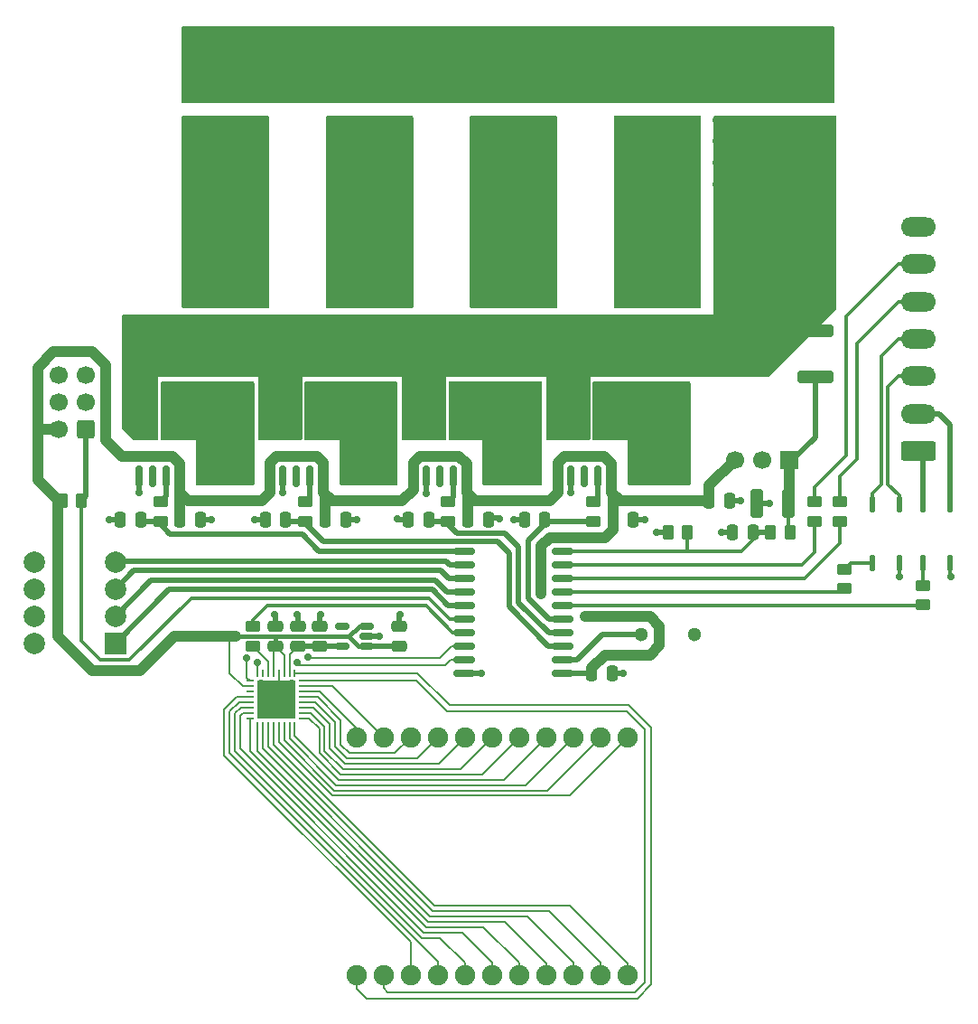
<source format=gtl>
%TF.GenerationSoftware,KiCad,Pcbnew,8.0.1*%
%TF.CreationDate,2024-04-25T22:53:37+02:00*%
%TF.ProjectId,xt60_parallelizer,78743630-5f70-4617-9261-6c6c656c697a,rev?*%
%TF.SameCoordinates,Original*%
%TF.FileFunction,Copper,L1,Top*%
%TF.FilePolarity,Positive*%
%FSLAX46Y46*%
G04 Gerber Fmt 4.6, Leading zero omitted, Abs format (unit mm)*
G04 Created by KiCad (PCBNEW 8.0.1) date 2024-04-25 22:53:37*
%MOMM*%
%LPD*%
G01*
G04 APERTURE LIST*
G04 Aperture macros list*
%AMRoundRect*
0 Rectangle with rounded corners*
0 $1 Rounding radius*
0 $2 $3 $4 $5 $6 $7 $8 $9 X,Y pos of 4 corners*
0 Add a 4 corners polygon primitive as box body*
4,1,4,$2,$3,$4,$5,$6,$7,$8,$9,$2,$3,0*
0 Add four circle primitives for the rounded corners*
1,1,$1+$1,$2,$3*
1,1,$1+$1,$4,$5*
1,1,$1+$1,$6,$7*
1,1,$1+$1,$8,$9*
0 Add four rect primitives between the rounded corners*
20,1,$1+$1,$2,$3,$4,$5,0*
20,1,$1+$1,$4,$5,$6,$7,0*
20,1,$1+$1,$6,$7,$8,$9,0*
20,1,$1+$1,$8,$9,$2,$3,0*%
G04 Aperture macros list end*
%TA.AperFunction,ComponentPad*%
%ADD10C,1.900000*%
%TD*%
%TA.AperFunction,ComponentPad*%
%ADD11C,6.000000*%
%TD*%
%TA.AperFunction,ComponentPad*%
%ADD12RoundRect,0.250000X0.600000X0.600000X-0.600000X0.600000X-0.600000X-0.600000X0.600000X-0.600000X0*%
%TD*%
%TA.AperFunction,ComponentPad*%
%ADD13C,1.700000*%
%TD*%
%TA.AperFunction,SMDPad,CuDef*%
%ADD14RoundRect,0.137500X0.137500X-0.587500X0.137500X0.587500X-0.137500X0.587500X-0.137500X-0.587500X0*%
%TD*%
%TA.AperFunction,SMDPad,CuDef*%
%ADD15RoundRect,0.250000X0.475000X-0.250000X0.475000X0.250000X-0.475000X0.250000X-0.475000X-0.250000X0*%
%TD*%
%TA.AperFunction,SMDPad,CuDef*%
%ADD16RoundRect,0.250000X0.250000X0.475000X-0.250000X0.475000X-0.250000X-0.475000X0.250000X-0.475000X0*%
%TD*%
%TA.AperFunction,SMDPad,CuDef*%
%ADD17RoundRect,0.250000X1.450000X-0.312500X1.450000X0.312500X-1.450000X0.312500X-1.450000X-0.312500X0*%
%TD*%
%TA.AperFunction,ComponentPad*%
%ADD18RoundRect,0.675000X-0.675000X0.675000X-0.675000X-0.675000X0.675000X-0.675000X0.675000X0.675000X0*%
%TD*%
%TA.AperFunction,ComponentPad*%
%ADD19C,2.700000*%
%TD*%
%TA.AperFunction,SMDPad,CuDef*%
%ADD20RoundRect,0.250000X0.325000X1.100000X-0.325000X1.100000X-0.325000X-1.100000X0.325000X-1.100000X0*%
%TD*%
%TA.AperFunction,SMDPad,CuDef*%
%ADD21RoundRect,0.250000X-0.250000X-0.475000X0.250000X-0.475000X0.250000X0.475000X-0.250000X0.475000X0*%
%TD*%
%TA.AperFunction,ComponentPad*%
%ADD22R,1.700000X1.700000*%
%TD*%
%TA.AperFunction,SMDPad,CuDef*%
%ADD23RoundRect,0.150000X0.512500X0.150000X-0.512500X0.150000X-0.512500X-0.150000X0.512500X-0.150000X0*%
%TD*%
%TA.AperFunction,SMDPad,CuDef*%
%ADD24RoundRect,0.250000X-0.262500X-0.450000X0.262500X-0.450000X0.262500X0.450000X-0.262500X0.450000X0*%
%TD*%
%TA.AperFunction,SMDPad,CuDef*%
%ADD25RoundRect,0.250000X0.262500X0.450000X-0.262500X0.450000X-0.262500X-0.450000X0.262500X-0.450000X0*%
%TD*%
%TA.AperFunction,SMDPad,CuDef*%
%ADD26RoundRect,0.150000X0.875000X0.150000X-0.875000X0.150000X-0.875000X-0.150000X0.875000X-0.150000X0*%
%TD*%
%TA.AperFunction,SMDPad,CuDef*%
%ADD27RoundRect,0.150000X-0.150000X0.825000X-0.150000X-0.825000X0.150000X-0.825000X0.150000X0.825000X0*%
%TD*%
%TA.AperFunction,SMDPad,CuDef*%
%ADD28RoundRect,0.250000X-0.450000X0.262500X-0.450000X-0.262500X0.450000X-0.262500X0.450000X0.262500X0*%
%TD*%
%TA.AperFunction,SMDPad,CuDef*%
%ADD29RoundRect,0.250000X0.450000X-0.262500X0.450000X0.262500X-0.450000X0.262500X-0.450000X-0.262500X0*%
%TD*%
%TA.AperFunction,SMDPad,CuDef*%
%ADD30RoundRect,0.062500X-0.062500X0.312500X-0.062500X-0.312500X0.062500X-0.312500X0.062500X0.312500X0*%
%TD*%
%TA.AperFunction,SMDPad,CuDef*%
%ADD31RoundRect,0.062500X-0.312500X0.062500X-0.312500X-0.062500X0.312500X-0.062500X0.312500X0.062500X0*%
%TD*%
%TA.AperFunction,SMDPad,CuDef*%
%ADD32R,3.650000X3.650000*%
%TD*%
%TA.AperFunction,ComponentPad*%
%ADD33C,1.300000*%
%TD*%
%TA.AperFunction,ComponentPad*%
%ADD34RoundRect,0.250000X1.400000X-0.650000X1.400000X0.650000X-1.400000X0.650000X-1.400000X-0.650000X0*%
%TD*%
%TA.AperFunction,ComponentPad*%
%ADD35O,3.300000X1.800000*%
%TD*%
%TA.AperFunction,ComponentPad*%
%ADD36R,2.000000X2.000000*%
%TD*%
%TA.AperFunction,ComponentPad*%
%ADD37C,2.000000*%
%TD*%
%TA.AperFunction,ViaPad*%
%ADD38C,0.700000*%
%TD*%
%TA.AperFunction,Conductor*%
%ADD39C,0.500000*%
%TD*%
%TA.AperFunction,Conductor*%
%ADD40C,0.200000*%
%TD*%
%TA.AperFunction,Conductor*%
%ADD41C,0.300000*%
%TD*%
%TA.AperFunction,Conductor*%
%ADD42C,1.000000*%
%TD*%
%TA.AperFunction,Conductor*%
%ADD43C,0.400000*%
%TD*%
G04 APERTURE END LIST*
D10*
%TO.P,U11,1,COM2*%
%TO.N,/DISP_COM4*%
X132300000Y-141150000D03*
%TO.P,U11,2,COM3*%
%TO.N,/DISP_COM3*%
X134840000Y-141150000D03*
%TO.P,U11,3,3*%
%TO.N,Net-(U9-SEG0)*%
X137380000Y-141150000D03*
%TO.P,U11,4,4*%
%TO.N,Net-(U9-SEG1)*%
X139920000Y-141150000D03*
%TO.P,U11,5,5*%
%TO.N,Net-(U9-SEG2)*%
X142460000Y-141150000D03*
%TO.P,U11,6,6*%
%TO.N,Net-(U9-SEG3)*%
X145000000Y-141150000D03*
%TO.P,U11,7,7*%
%TO.N,Net-(U9-SEG4)*%
X147540000Y-141150000D03*
%TO.P,U11,8,8*%
%TO.N,Net-(U9-SEG5)*%
X150080000Y-141150000D03*
%TO.P,U11,9,9*%
%TO.N,Net-(U9-SEG6)*%
X152620000Y-141150000D03*
%TO.P,U11,10,10*%
%TO.N,Net-(U9-SEG7)*%
X155160000Y-141150000D03*
%TO.P,U11,11,11*%
%TO.N,Net-(U9-SEG8)*%
X157700000Y-141150000D03*
%TO.P,U11,12,12*%
%TO.N,Net-(U9-SEG9)*%
X157700000Y-118850000D03*
%TO.P,U11,13,13*%
%TO.N,Net-(U9-SEG10)*%
X155160000Y-118850000D03*
%TO.P,U11,14,14*%
%TO.N,Net-(U9-SEG11)*%
X152620000Y-118850000D03*
%TO.P,U11,15,15*%
%TO.N,Net-(U9-SEG12)*%
X150080000Y-118850000D03*
%TO.P,U11,16,16*%
%TO.N,Net-(U9-SEG13)*%
X147540000Y-118850000D03*
%TO.P,U11,17,17*%
%TO.N,Net-(U9-SEG14)*%
X145000000Y-118850000D03*
%TO.P,U11,18,18*%
%TO.N,Net-(U9-SEG15)*%
X142460000Y-118850000D03*
%TO.P,U11,19,19*%
%TO.N,Net-(U9-SEG16)*%
X139920000Y-118850000D03*
%TO.P,U11,20,20*%
%TO.N,Net-(U9-SEG17)*%
X137380000Y-118850000D03*
%TO.P,U11,21,COM0*%
%TO.N,/DISP_COM2*%
X134840000Y-118850000D03*
%TO.P,U11,22,COM1*%
%TO.N,/DISP_COM1*%
X132300000Y-118850000D03*
%TD*%
D11*
%TO.P,BT1,1,+*%
%TO.N,Net-(BT1-+)*%
X120000000Y-63600000D03*
%TO.P,BT1,2,-*%
%TO.N,GND*%
X120000000Y-56400000D03*
%TD*%
D12*
%TO.P,J2,1,DATA*%
%TO.N,/UPDI*%
X106940000Y-89980000D03*
D13*
%TO.P,J2,2,VCC*%
%TO.N,+5V*%
X104400000Y-89980000D03*
%TO.P,J2,3,NC*%
%TO.N,unconnected-(J2-NC-Pad3)*%
X106940000Y-87440000D03*
%TO.P,J2,4,NC*%
%TO.N,unconnected-(J2-NC-Pad4)*%
X104400000Y-87440000D03*
%TO.P,J2,5,NC*%
%TO.N,unconnected-(J2-NC-Pad5)*%
X106940000Y-84900000D03*
%TO.P,J2,6,GND*%
%TO.N,GND*%
X104400000Y-84900000D03*
%TD*%
D14*
%TO.P,U6,1*%
%TO.N,Net-(R2-Pad2)*%
X185430000Y-102500000D03*
%TO.P,U6,2*%
%TO.N,GND*%
X187970000Y-102500000D03*
%TO.P,U6,3*%
%TO.N,Net-(J1-Pin_2)*%
X187970000Y-97000000D03*
%TO.P,U6,4*%
%TO.N,Net-(J1-Pin_1)*%
X185430000Y-97000000D03*
%TD*%
D15*
%TO.P,C12,1*%
%TO.N,+3V3*%
X128867500Y-110300000D03*
%TO.P,C12,2*%
%TO.N,GND*%
X128867500Y-108400000D03*
%TD*%
D16*
%TO.P,C10,1*%
%TO.N,/IMON_4*%
X149950000Y-98400000D03*
%TO.P,C10,2*%
%TO.N,GND*%
X148050000Y-98400000D03*
%TD*%
D17*
%TO.P,F5,1*%
%TO.N,VCC*%
X175300000Y-85037500D03*
%TO.P,F5,2*%
%TO.N,/XT60 Channel/+VOUT*%
X175300000Y-80762500D03*
%TD*%
D18*
%TO.P,F4,1*%
%TO.N,Net-(BT4-+)*%
X160500000Y-70500000D03*
X160500000Y-77260000D03*
D19*
%TO.P,F4,2*%
%TO.N,Net-(F4-Pad2)*%
X160500000Y-86850000D03*
X160500000Y-93610000D03*
%TD*%
D20*
%TO.P,C5,1*%
%TO.N,VCC*%
X172775000Y-96900000D03*
%TO.P,C5,2*%
%TO.N,GND*%
X169825000Y-96900000D03*
%TD*%
D11*
%TO.P,BT2,1,+*%
%TO.N,Net-(BT2-+)*%
X133500000Y-63600000D03*
%TO.P,BT2,2,-*%
%TO.N,GND*%
X133500000Y-56400000D03*
%TD*%
D21*
%TO.P,C4,1*%
%TO.N,+5V*%
X156350000Y-98400000D03*
%TO.P,C4,2*%
%TO.N,GND*%
X158250000Y-98400000D03*
%TD*%
D11*
%TO.P,BT3,1,+*%
%TO.N,Net-(BT3-+)*%
X147000000Y-63600000D03*
%TO.P,BT3,2,-*%
%TO.N,GND*%
X147000000Y-56400000D03*
%TD*%
%TO.P,BT4,1,+*%
%TO.N,Net-(BT4-+)*%
X160500000Y-63600000D03*
%TO.P,BT4,2,-*%
%TO.N,GND*%
X160500000Y-56400000D03*
%TD*%
D14*
%TO.P,U7,1*%
%TO.N,Net-(R1-Pad2)*%
X180630000Y-102500000D03*
%TO.P,U7,2*%
%TO.N,GND*%
X183170000Y-102500000D03*
%TO.P,U7,3*%
%TO.N,Net-(J1-Pin_3)*%
X183170000Y-97000000D03*
%TO.P,U7,4*%
%TO.N,Net-(J1-Pin_4)*%
X180630000Y-97000000D03*
%TD*%
D18*
%TO.P,F3,1*%
%TO.N,Net-(BT3-+)*%
X147000000Y-70500000D03*
X147000000Y-77260000D03*
D19*
%TO.P,F3,2*%
%TO.N,Net-(F3-Pad2)*%
X147000000Y-86850000D03*
X147000000Y-93610000D03*
%TD*%
D22*
%TO.P,U5,1,VIN*%
%TO.N,VCC*%
X172840000Y-92850000D03*
D13*
%TO.P,U5,2,GND*%
%TO.N,GND*%
X170300000Y-92850000D03*
%TO.P,U5,3,+VO*%
%TO.N,+5V*%
X167760000Y-92850000D03*
%TD*%
D23*
%TO.P,U8,1,IN*%
%TO.N,+5V*%
X133205000Y-110300000D03*
%TO.P,U8,2,GND*%
%TO.N,GND*%
X133205000Y-109350000D03*
%TO.P,U8,3,EN*%
%TO.N,+5V*%
X133205000Y-108400000D03*
%TO.P,U8,4,NC*%
%TO.N,unconnected-(U8-NC-Pad4)*%
X130930000Y-108400000D03*
%TO.P,U8,5,OUT*%
%TO.N,+3V3*%
X130930000Y-110300000D03*
%TD*%
D16*
%TO.P,C9,1*%
%TO.N,/IMON_3*%
X139050000Y-98400000D03*
%TO.P,C9,2*%
%TO.N,GND*%
X137150000Y-98400000D03*
%TD*%
D11*
%TO.P,J3,1,Pin_1*%
%TO.N,/XT60 Channel/+VOUT*%
X173000000Y-63600000D03*
%TO.P,J3,2,Pin_2*%
%TO.N,GND*%
X173000000Y-56400000D03*
%TD*%
D21*
%TO.P,C1,1*%
%TO.N,+5V*%
X115745000Y-98400000D03*
%TO.P,C1,2*%
%TO.N,GND*%
X117645000Y-98400000D03*
%TD*%
D15*
%TO.P,C11,1*%
%TO.N,+5V*%
X124667500Y-110300000D03*
%TO.P,C11,2*%
%TO.N,GND*%
X124667500Y-108400000D03*
%TD*%
D24*
%TO.P,R12,1*%
%TO.N,+5V*%
X104687500Y-96700000D03*
%TO.P,R12,2*%
%TO.N,/UPDI*%
X106512500Y-96700000D03*
%TD*%
D25*
%TO.P,R11,1*%
%TO.N,VCC*%
X172912500Y-99600000D03*
%TO.P,R11,2*%
%TO.N,/VMON*%
X171087500Y-99600000D03*
%TD*%
D26*
%TO.P,U10,1,VCC*%
%TO.N,+5V*%
X151650000Y-112815000D03*
%TO.P,U10,2,PA4*%
%TO.N,/BUZZER*%
X151650000Y-111545000D03*
%TO.P,U10,3,PA5*%
%TO.N,/IMON_2*%
X151650000Y-110275000D03*
%TO.P,U10,4,PA6*%
%TO.N,/IMON_3*%
X151650000Y-109005000D03*
%TO.P,U10,5,PA7*%
%TO.N,/IMON_4*%
X151650000Y-107735000D03*
%TO.P,U10,6,PB5*%
%TO.N,/ISOL_OUT1*%
X151650000Y-106465000D03*
%TO.P,U10,7,PB4*%
%TO.N,/ISOL_OUT2*%
X151650000Y-105195000D03*
%TO.P,U10,8,PB3*%
%TO.N,/MCU_UART_RX*%
X151650000Y-103925000D03*
%TO.P,U10,9,PB2*%
%TO.N,/MCU_UART_TX*%
X151650000Y-102655000D03*
%TO.P,U10,10,PB1*%
%TO.N,/VMON*%
X151650000Y-101385000D03*
%TO.P,U10,11,PB0*%
%TO.N,/IMON_1*%
X142350000Y-101385000D03*
%TO.P,U10,12,PC0*%
%TO.N,/SW_DIP4*%
X142350000Y-102655000D03*
%TO.P,U10,13,PC1*%
%TO.N,/SW_DIP3*%
X142350000Y-103925000D03*
%TO.P,U10,14,PC2*%
%TO.N,/SW_DIP2*%
X142350000Y-105195000D03*
%TO.P,U10,15,PC3*%
%TO.N,/SW_DIP1*%
X142350000Y-106465000D03*
%TO.P,U10,16,~{RESET}/PA0*%
%TO.N,/UPDI*%
X142350000Y-107735000D03*
%TO.P,U10,17,PA1*%
%TO.N,/SPI_SDIO*%
X142350000Y-109005000D03*
%TO.P,U10,18,PA2*%
%TO.N,/SPI_nCS*%
X142350000Y-110275000D03*
%TO.P,U10,19,PA3*%
%TO.N,/SPI_SCL*%
X142350000Y-111545000D03*
%TO.P,U10,20,GND*%
%TO.N,GND*%
X142350000Y-112815000D03*
%TD*%
D27*
%TO.P,U4,1,IN+*%
%TO.N,Net-(F4-Pad2)*%
X156205000Y-89425000D03*
%TO.P,U4,2,IN+*%
X154935000Y-89425000D03*
%TO.P,U4,3,IN-*%
%TO.N,/XT60 Channel/+VOUT*%
X153665000Y-89425000D03*
%TO.P,U4,4,IN-*%
X152395000Y-89425000D03*
%TO.P,U4,5,GND*%
%TO.N,GND*%
X152395000Y-94375000D03*
%TO.P,U4,6,NC*%
%TO.N,unconnected-(U4-NC-Pad6)*%
X153665000Y-94375000D03*
%TO.P,U4,7,VOUT*%
%TO.N,Net-(U4-VOUT)*%
X154935000Y-94375000D03*
%TO.P,U4,8,VS*%
%TO.N,+5V*%
X156205000Y-94375000D03*
%TD*%
D28*
%TO.P,R3,1*%
%TO.N,Net-(J1-Pin_6)*%
X175200000Y-96787500D03*
%TO.P,R3,2*%
%TO.N,/MCU_UART_TX*%
X175200000Y-98612500D03*
%TD*%
D29*
%TO.P,R6,1*%
%TO.N,/IMON_2*%
X127500000Y-98612500D03*
%TO.P,R6,2*%
%TO.N,Net-(U2-VOUT)*%
X127500000Y-96787500D03*
%TD*%
D15*
%TO.P,C15,1*%
%TO.N,+5V*%
X136267500Y-110300000D03*
%TO.P,C15,2*%
%TO.N,GND*%
X136267500Y-108400000D03*
%TD*%
D16*
%TO.P,C7,1*%
%TO.N,/IMON_1*%
X112045000Y-98400000D03*
%TO.P,C7,2*%
%TO.N,GND*%
X110145000Y-98400000D03*
%TD*%
D29*
%TO.P,R7,1*%
%TO.N,/IMON_3*%
X140900000Y-98612500D03*
%TO.P,R7,2*%
%TO.N,Net-(U3-VOUT)*%
X140900000Y-96787500D03*
%TD*%
D27*
%TO.P,U2,1,IN+*%
%TO.N,Net-(F2-Pad2)*%
X129205000Y-89425000D03*
%TO.P,U2,2,IN+*%
X127935000Y-89425000D03*
%TO.P,U2,3,IN-*%
%TO.N,/XT60 Channel/+VOUT*%
X126665000Y-89425000D03*
%TO.P,U2,4,IN-*%
X125395000Y-89425000D03*
%TO.P,U2,5,GND*%
%TO.N,GND*%
X125395000Y-94375000D03*
%TO.P,U2,6,NC*%
%TO.N,unconnected-(U2-NC-Pad6)*%
X126665000Y-94375000D03*
%TO.P,U2,7,VOUT*%
%TO.N,Net-(U2-VOUT)*%
X127935000Y-94375000D03*
%TO.P,U2,8,VS*%
%TO.N,+5V*%
X129205000Y-94375000D03*
%TD*%
D30*
%TO.P,U9,1,COM3*%
%TO.N,/DISP_COM4*%
X126500000Y-112800000D03*
%TO.P,U9,2,VLCD*%
%TO.N,+3V3*%
X126000000Y-112800000D03*
%TO.P,U9,3,VDD*%
%TO.N,+5V*%
X125500000Y-112800000D03*
%TO.P,U9,4,VSS*%
%TO.N,GND*%
X125000000Y-112800000D03*
%TO.P,U9,5,nRST*%
%TO.N,+5V*%
X124500000Y-112800000D03*
%TO.P,U9,6,SDIO*%
%TO.N,Net-(U9-SDIO)*%
X124000000Y-112800000D03*
%TO.P,U9,7,CLK*%
%TO.N,unconnected-(U9-CLK-Pad7)*%
X123500000Y-112800000D03*
%TO.P,U9,8,SCL*%
%TO.N,/SPI_SCL*%
X123000000Y-112800000D03*
D31*
%TO.P,U9,9,nCE*%
%TO.N,/SPI_nCS*%
X122275000Y-113525000D03*
%TO.P,U9,10,PORE*%
%TO.N,+5V*%
X122275000Y-114025000D03*
%TO.P,U9,11,NC*%
%TO.N,unconnected-(U9-NC-Pad11)*%
X122275000Y-114525000D03*
%TO.P,U9,12,SEG0*%
%TO.N,Net-(U9-SEG0)*%
X122275000Y-115025000D03*
%TO.P,U9,13,SEG1*%
%TO.N,Net-(U9-SEG1)*%
X122275000Y-115525000D03*
%TO.P,U9,14,SEG2*%
%TO.N,Net-(U9-SEG2)*%
X122275000Y-116025000D03*
%TO.P,U9,15,SEG3*%
%TO.N,Net-(U9-SEG3)*%
X122275000Y-116525000D03*
%TO.P,U9,16,SEG4*%
%TO.N,Net-(U9-SEG4)*%
X122275000Y-117025000D03*
D30*
%TO.P,U9,17,SEG5*%
%TO.N,Net-(U9-SEG5)*%
X123000000Y-117750000D03*
%TO.P,U9,18,SEG6*%
%TO.N,Net-(U9-SEG6)*%
X123500000Y-117750000D03*
%TO.P,U9,19,SEG7*%
%TO.N,Net-(U9-SEG7)*%
X124000000Y-117750000D03*
%TO.P,U9,20,SEG8*%
%TO.N,Net-(U9-SEG8)*%
X124500000Y-117750000D03*
%TO.P,U9,21,SEG9*%
%TO.N,Net-(U9-SEG9)*%
X125000000Y-117750000D03*
%TO.P,U9,22,SEG10*%
%TO.N,Net-(U9-SEG10)*%
X125500000Y-117750000D03*
%TO.P,U9,23,SEG11*%
%TO.N,Net-(U9-SEG11)*%
X126000000Y-117750000D03*
%TO.P,U9,24,SEG12*%
%TO.N,Net-(U9-SEG12)*%
X126500000Y-117750000D03*
D31*
%TO.P,U9,25,SEG13*%
%TO.N,Net-(U9-SEG13)*%
X127225000Y-117025000D03*
%TO.P,U9,26,SEG14*%
%TO.N,Net-(U9-SEG14)*%
X127225000Y-116525000D03*
%TO.P,U9,27,SEG15*%
%TO.N,Net-(U9-SEG15)*%
X127225000Y-116025000D03*
%TO.P,U9,28,SEG16*%
%TO.N,Net-(U9-SEG16)*%
X127225000Y-115525000D03*
%TO.P,U9,29,SEG17*%
%TO.N,Net-(U9-SEG17)*%
X127225000Y-115025000D03*
%TO.P,U9,30,COM0*%
%TO.N,/DISP_COM1*%
X127225000Y-114525000D03*
%TO.P,U9,31,COM1*%
%TO.N,/DISP_COM2*%
X127225000Y-114025000D03*
%TO.P,U9,32,COM2*%
%TO.N,/DISP_COM3*%
X127225000Y-113525000D03*
D32*
%TO.P,U9,33,VSS*%
%TO.N,GND*%
X124750000Y-115275000D03*
%TD*%
D29*
%TO.P,R1,1*%
%TO.N,/ISOL_OUT2*%
X178000000Y-104912500D03*
%TO.P,R1,2*%
%TO.N,Net-(R1-Pad2)*%
X178000000Y-103087500D03*
%TD*%
D27*
%TO.P,U3,1,IN+*%
%TO.N,Net-(F3-Pad2)*%
X142605000Y-89425000D03*
%TO.P,U3,2,IN+*%
X141335000Y-89425000D03*
%TO.P,U3,3,IN-*%
%TO.N,/XT60 Channel/+VOUT*%
X140065000Y-89425000D03*
%TO.P,U3,4,IN-*%
X138795000Y-89425000D03*
%TO.P,U3,5,GND*%
%TO.N,GND*%
X138795000Y-94375000D03*
%TO.P,U3,6,NC*%
%TO.N,unconnected-(U3-NC-Pad6)*%
X140065000Y-94375000D03*
%TO.P,U3,7,VOUT*%
%TO.N,Net-(U3-VOUT)*%
X141335000Y-94375000D03*
%TO.P,U3,8,VS*%
%TO.N,+5V*%
X142605000Y-94375000D03*
%TD*%
D28*
%TO.P,R4,1*%
%TO.N,Net-(J1-Pin_5)*%
X177600000Y-96787500D03*
%TO.P,R4,2*%
%TO.N,/MCU_UART_RX*%
X177600000Y-98612500D03*
%TD*%
D16*
%TO.P,C16,1*%
%TO.N,/VMON*%
X169450000Y-99600000D03*
%TO.P,C16,2*%
%TO.N,GND*%
X167550000Y-99600000D03*
%TD*%
D15*
%TO.P,C13,1*%
%TO.N,+3V3*%
X126767500Y-110300000D03*
%TO.P,C13,2*%
%TO.N,GND*%
X126767500Y-108400000D03*
%TD*%
D33*
%TO.P,BZ1,1,-*%
%TO.N,/BUZZER*%
X159000000Y-109200000D03*
%TO.P,BZ1,2,+*%
%TO.N,GND*%
X164000000Y-109200000D03*
%TD*%
D21*
%TO.P,C3,1*%
%TO.N,+5V*%
X142750000Y-98400000D03*
%TO.P,C3,2*%
%TO.N,GND*%
X144650000Y-98400000D03*
%TD*%
D29*
%TO.P,R2,1*%
%TO.N,/ISOL_OUT1*%
X185400000Y-106412500D03*
%TO.P,R2,2*%
%TO.N,Net-(R2-Pad2)*%
X185400000Y-104587500D03*
%TD*%
D25*
%TO.P,R10,1*%
%TO.N,/VMON*%
X163312500Y-99600000D03*
%TO.P,R10,2*%
%TO.N,GND*%
X161487500Y-99600000D03*
%TD*%
D21*
%TO.P,C14,1*%
%TO.N,+5V*%
X154350000Y-112800000D03*
%TO.P,C14,2*%
%TO.N,GND*%
X156250000Y-112800000D03*
%TD*%
D18*
%TO.P,F2,1*%
%TO.N,Net-(BT2-+)*%
X133500000Y-70500000D03*
X133500000Y-77260000D03*
D19*
%TO.P,F2,2*%
%TO.N,Net-(F2-Pad2)*%
X133500000Y-86850000D03*
X133500000Y-93610000D03*
%TD*%
D21*
%TO.P,C2,1*%
%TO.N,+5V*%
X129350000Y-98400000D03*
%TO.P,C2,2*%
%TO.N,GND*%
X131250000Y-98400000D03*
%TD*%
D18*
%TO.P,F1,1*%
%TO.N,Net-(BT1-+)*%
X120000000Y-70500000D03*
X120000000Y-77260000D03*
D19*
%TO.P,F1,2*%
%TO.N,Net-(F1-Pad2)*%
X120000000Y-86850000D03*
X120000000Y-93610000D03*
%TD*%
D27*
%TO.P,U1,1,IN+*%
%TO.N,Net-(F1-Pad2)*%
X115700000Y-89425000D03*
%TO.P,U1,2,IN+*%
X114430000Y-89425000D03*
%TO.P,U1,3,IN-*%
%TO.N,/XT60 Channel/+VOUT*%
X113160000Y-89425000D03*
%TO.P,U1,4,IN-*%
X111890000Y-89425000D03*
%TO.P,U1,5,GND*%
%TO.N,GND*%
X111890000Y-94375000D03*
%TO.P,U1,6,NC*%
%TO.N,unconnected-(U1-NC-Pad6)*%
X113160000Y-94375000D03*
%TO.P,U1,7,VOUT*%
%TO.N,Net-(U1-VOUT)*%
X114430000Y-94375000D03*
%TO.P,U1,8,VS*%
%TO.N,+5V*%
X115700000Y-94375000D03*
%TD*%
D16*
%TO.P,C8,1*%
%TO.N,/IMON_2*%
X125650000Y-98400000D03*
%TO.P,C8,2*%
%TO.N,GND*%
X123750000Y-98400000D03*
%TD*%
D28*
%TO.P,R9,1*%
%TO.N,/SPI_SDIO*%
X122567500Y-108437500D03*
%TO.P,R9,2*%
%TO.N,Net-(U9-SDIO)*%
X122567500Y-110262500D03*
%TD*%
D29*
%TO.P,R8,1*%
%TO.N,/IMON_4*%
X154500000Y-98612500D03*
%TO.P,R8,2*%
%TO.N,Net-(U4-VOUT)*%
X154500000Y-96787500D03*
%TD*%
%TO.P,R5,1*%
%TO.N,/IMON_1*%
X113895000Y-98612500D03*
%TO.P,R5,2*%
%TO.N,Net-(U1-VOUT)*%
X113895000Y-96787500D03*
%TD*%
D34*
%TO.P,J1,1,Pin_1*%
%TO.N,Net-(J1-Pin_1)*%
X185000000Y-92000000D03*
D35*
%TO.P,J1,2,Pin_2*%
%TO.N,Net-(J1-Pin_2)*%
X185000000Y-88500000D03*
%TO.P,J1,3,Pin_3*%
%TO.N,Net-(J1-Pin_3)*%
X185000000Y-85000000D03*
%TO.P,J1,4,Pin_4*%
%TO.N,Net-(J1-Pin_4)*%
X185000000Y-81500000D03*
%TO.P,J1,5,Pin_5*%
%TO.N,Net-(J1-Pin_5)*%
X185000000Y-78000000D03*
%TO.P,J1,6,Pin_6*%
%TO.N,Net-(J1-Pin_6)*%
X185000000Y-74500000D03*
%TO.P,J1,7,Pin_7*%
%TO.N,GND*%
X185000000Y-71000000D03*
%TD*%
D36*
%TO.P,SW1,1*%
%TO.N,/SW_DIP1*%
X109667500Y-110000000D03*
D37*
%TO.P,SW1,2*%
%TO.N,/SW_DIP2*%
X109667500Y-107460000D03*
%TO.P,SW1,3*%
%TO.N,/SW_DIP3*%
X109667500Y-104920000D03*
%TO.P,SW1,4*%
%TO.N,/SW_DIP4*%
X109667500Y-102380000D03*
%TO.P,SW1,5*%
%TO.N,GND*%
X102047500Y-102380000D03*
%TO.P,SW1,6*%
X102047500Y-104920000D03*
%TO.P,SW1,7*%
X102047500Y-107460000D03*
%TO.P,SW1,8*%
X102047500Y-110000000D03*
%TD*%
D21*
%TO.P,C6,1*%
%TO.N,+5V*%
X165350000Y-96700000D03*
%TO.P,C6,2*%
%TO.N,GND*%
X167250000Y-96700000D03*
%TD*%
D38*
%TO.N,Net-(BT1-+)*%
X123000000Y-68000000D03*
X117000000Y-68000000D03*
X120000000Y-68000000D03*
%TO.N,GND*%
X169000000Y-56000000D03*
X127000000Y-58000000D03*
X167000000Y-54000000D03*
X118700000Y-98400000D03*
X165000000Y-54000000D03*
X128930000Y-107355000D03*
X142000000Y-58000000D03*
X140000000Y-54000000D03*
X132300000Y-98400000D03*
X136330000Y-107355000D03*
X153000000Y-56000000D03*
X126200000Y-116700000D03*
X167000000Y-58000000D03*
X147000000Y-98400000D03*
X124750000Y-115275000D03*
X142000000Y-56000000D03*
X169000000Y-54000000D03*
X122700000Y-98400000D03*
X138000000Y-58000000D03*
X125400000Y-95900000D03*
X171000000Y-96900000D03*
X159300000Y-98400000D03*
X111900000Y-95900000D03*
X136105000Y-98375000D03*
X167000000Y-56000000D03*
X138000000Y-54000000D03*
X145705000Y-98375000D03*
X109100000Y-98400000D03*
X188000000Y-103800000D03*
X124000000Y-54000000D03*
X160400000Y-99600000D03*
X151000000Y-54000000D03*
X134430000Y-109355000D03*
X165000000Y-56000000D03*
X153000000Y-54000000D03*
X155000000Y-58000000D03*
X124000000Y-58000000D03*
X152400000Y-95900000D03*
X124630000Y-107355000D03*
X144000000Y-112800000D03*
X151000000Y-56000000D03*
X169000000Y-58000000D03*
X183200000Y-103800000D03*
X155000000Y-56000000D03*
X130000000Y-54000000D03*
X140000000Y-58000000D03*
X123300000Y-113800000D03*
X126730000Y-107355000D03*
X155000000Y-54000000D03*
X138000000Y-56000000D03*
X130000000Y-58000000D03*
X157300000Y-112800000D03*
X166500000Y-99600000D03*
X151000000Y-58000000D03*
X123300000Y-116700000D03*
X127000000Y-54000000D03*
X140000000Y-56000000D03*
X142000000Y-54000000D03*
X153000000Y-58000000D03*
X138805000Y-95975000D03*
X168300000Y-96700000D03*
X165000000Y-58000000D03*
X126200000Y-113800000D03*
%TO.N,Net-(BT2-+)*%
X137000000Y-68000000D03*
X131000000Y-68000000D03*
X134000000Y-68000000D03*
%TO.N,Net-(BT3-+)*%
X147000000Y-68000000D03*
X144000000Y-68000000D03*
X150000000Y-68000000D03*
%TO.N,Net-(BT4-+)*%
X160000000Y-68000000D03*
X157000000Y-68000000D03*
X163000000Y-68000000D03*
%TO.N,+5V*%
X149600000Y-105400000D03*
X153700000Y-107500000D03*
%TO.N,/SPI_SCL*%
X123000000Y-111800000D03*
X126700000Y-111800000D03*
%TO.N,/SPI_nCS*%
X122000000Y-111400000D03*
X127700000Y-111300000D03*
%TO.N,/XT60 Channel/+VOUT*%
X137500000Y-82500000D03*
X126000000Y-87000000D03*
X127500000Y-80000000D03*
X166000000Y-67000000D03*
X167500000Y-75000000D03*
X137500000Y-80000000D03*
X138500000Y-86000000D03*
X112000000Y-87000000D03*
X111000000Y-89000000D03*
X151000000Y-87000000D03*
X112500000Y-82500000D03*
X167500000Y-70000000D03*
X112000000Y-85000000D03*
X140000000Y-85000000D03*
X176000000Y-67000000D03*
X172500000Y-82500000D03*
X152000000Y-85000000D03*
X122500000Y-80000000D03*
X112500000Y-80000000D03*
X172500000Y-80000000D03*
X167500000Y-80000000D03*
X139000000Y-85000000D03*
X137000000Y-89000000D03*
X112500000Y-86000000D03*
X152500000Y-86000000D03*
X137000000Y-87000000D03*
X124000000Y-89000000D03*
X167500000Y-77500000D03*
X168000000Y-63000000D03*
X172500000Y-75000000D03*
X125000000Y-87000000D03*
X168000000Y-67000000D03*
X153000000Y-87000000D03*
X111000000Y-85000000D03*
X138000000Y-87000000D03*
X153000000Y-85000000D03*
X162500000Y-82500000D03*
X162500000Y-80000000D03*
X137500000Y-86000000D03*
X170000000Y-67000000D03*
X142500000Y-80000000D03*
X124500000Y-86000000D03*
X157500000Y-80000000D03*
X170000000Y-61000000D03*
X172500000Y-77500000D03*
X139000000Y-87000000D03*
X151500000Y-86000000D03*
X172500000Y-72500000D03*
X152500000Y-80000000D03*
X151000000Y-85000000D03*
X167500000Y-82500000D03*
X125500000Y-86000000D03*
X122500000Y-82500000D03*
X113000000Y-87000000D03*
X124000000Y-87000000D03*
X152500000Y-82500000D03*
X166000000Y-63000000D03*
X111000000Y-87000000D03*
X139500000Y-86000000D03*
X151000000Y-89000000D03*
X167500000Y-72500000D03*
X166000000Y-61000000D03*
X117500000Y-82500000D03*
X152000000Y-87000000D03*
X140000000Y-87000000D03*
X138000000Y-85000000D03*
X147500000Y-80000000D03*
X172500000Y-70000000D03*
X125000000Y-85000000D03*
X113000000Y-85000000D03*
X168000000Y-65000000D03*
X127500000Y-82500000D03*
X147500000Y-82500000D03*
X126000000Y-85000000D03*
X117500000Y-80000000D03*
X157500000Y-82500000D03*
X132500000Y-80000000D03*
X137000000Y-85000000D03*
X168000000Y-61000000D03*
X166000000Y-65000000D03*
X111500000Y-86000000D03*
X142500000Y-82500000D03*
X176000000Y-61000000D03*
X124000000Y-85000000D03*
X132500000Y-82500000D03*
%TD*%
D39*
%TO.N,GND*%
X158250000Y-98400000D02*
X159300000Y-98400000D01*
X111890000Y-94375000D02*
X111890000Y-95890000D01*
X123750000Y-98400000D02*
X122700000Y-98400000D01*
X136130000Y-98400000D02*
X136105000Y-98375000D01*
X124667500Y-107392500D02*
X124630000Y-107355000D01*
D40*
X126175000Y-116700000D02*
X126200000Y-116700000D01*
X124750000Y-115275000D02*
X126175000Y-116700000D01*
D39*
X131250000Y-98400000D02*
X132300000Y-98400000D01*
D40*
X125000000Y-115025000D02*
X124750000Y-115275000D01*
D39*
X148050000Y-98400000D02*
X147000000Y-98400000D01*
X128867500Y-108400000D02*
X128867500Y-107417500D01*
X144650000Y-98300000D02*
X145630000Y-98300000D01*
X152395000Y-95895000D02*
X152400000Y-95900000D01*
X156250000Y-112800000D02*
X157300000Y-112800000D01*
D41*
X187970000Y-103770000D02*
X188000000Y-103800000D01*
D39*
X128867500Y-107417500D02*
X128930000Y-107355000D01*
D41*
X187970000Y-102500000D02*
X187970000Y-103770000D01*
D39*
X152395000Y-94375000D02*
X152395000Y-95895000D01*
X143985000Y-112815000D02*
X144000000Y-112800000D01*
D41*
X183170000Y-102500000D02*
X183170000Y-103770000D01*
D39*
X137150000Y-98400000D02*
X136130000Y-98400000D01*
X134425000Y-109350000D02*
X134430000Y-109355000D01*
X111890000Y-95890000D02*
X111900000Y-95900000D01*
D40*
X124750000Y-115250000D02*
X126200000Y-113800000D01*
X125000000Y-112800000D02*
X125000000Y-115025000D01*
D41*
X183170000Y-103770000D02*
X183200000Y-103800000D01*
D39*
X117645000Y-98400000D02*
X118700000Y-98400000D01*
X138795000Y-95965000D02*
X138805000Y-95975000D01*
X136267500Y-108400000D02*
X136267500Y-107417500D01*
X133205000Y-109350000D02*
X134425000Y-109350000D01*
D40*
X124750000Y-115275000D02*
X124725000Y-115275000D01*
D39*
X167250000Y-96700000D02*
X168300000Y-96700000D01*
D40*
X124725000Y-115275000D02*
X123300000Y-116700000D01*
D39*
X110145000Y-98400000D02*
X109100000Y-98400000D01*
X167550000Y-99600000D02*
X166500000Y-99600000D01*
D40*
X124750000Y-115275000D02*
X124750000Y-115250000D01*
D39*
X124667500Y-108400000D02*
X124667500Y-107392500D01*
X126767500Y-107392500D02*
X126730000Y-107355000D01*
X125395000Y-94375000D02*
X125395000Y-95895000D01*
X161487500Y-99600000D02*
X160400000Y-99600000D01*
X136267500Y-107417500D02*
X136330000Y-107355000D01*
X138795000Y-94375000D02*
X138795000Y-95965000D01*
X142350000Y-112815000D02*
X143985000Y-112815000D01*
D40*
X124750000Y-115250000D02*
X123300000Y-113800000D01*
D39*
X169825000Y-96900000D02*
X171000000Y-96900000D01*
X145630000Y-98300000D02*
X145705000Y-98375000D01*
X126767500Y-108400000D02*
X126767500Y-107392500D01*
X125395000Y-95895000D02*
X125400000Y-95900000D01*
%TO.N,/BUZZER*%
X151650000Y-111545000D02*
X152955000Y-111545000D01*
X152955000Y-111545000D02*
X155300000Y-109200000D01*
X155300000Y-109200000D02*
X159000000Y-109200000D01*
D42*
%TO.N,+5V*%
X157000000Y-96700000D02*
X165350000Y-96700000D01*
X124800000Y-92500000D02*
X128600000Y-92500000D01*
D43*
X124667500Y-109382500D02*
X124667500Y-110300000D01*
X124700000Y-109350000D02*
X124667500Y-109382500D01*
D41*
X133205000Y-110300000D02*
X132500000Y-110300000D01*
D42*
X149600000Y-100900000D02*
X150400000Y-100100000D01*
X159800000Y-107500000D02*
X160700000Y-108400000D01*
X108800000Y-91000000D02*
X108800000Y-84000000D01*
X129205000Y-95905000D02*
X129350000Y-96050000D01*
X165350000Y-95260000D02*
X167760000Y-92850000D01*
X151800000Y-92500000D02*
X155500000Y-92500000D01*
X155600000Y-100100000D02*
X156350000Y-99350000D01*
X160700000Y-108400000D02*
X160700000Y-110200000D01*
X142750000Y-96020000D02*
X142750000Y-98400000D01*
X102400000Y-94700000D02*
X102400000Y-90000000D01*
X115200000Y-109400000D02*
X112000000Y-112600000D01*
X107500000Y-112600000D02*
X104300000Y-109400000D01*
X160700000Y-110200000D02*
X159800000Y-111100000D01*
X150400000Y-96700000D02*
X151200000Y-95900000D01*
X121000000Y-109350000D02*
X120950000Y-109400000D01*
X129205000Y-93105000D02*
X129205000Y-95905000D01*
X116500000Y-96700000D02*
X123400000Y-96700000D01*
D43*
X132500000Y-110300000D02*
X131571250Y-109371250D01*
D42*
X115000000Y-92500000D02*
X110300000Y-92500000D01*
D40*
X125500000Y-111132500D02*
X124667500Y-110300000D01*
D42*
X128600000Y-92500000D02*
X129205000Y-93105000D01*
X143500000Y-96700000D02*
X150400000Y-96700000D01*
X124200000Y-93100000D02*
X124800000Y-92500000D01*
X150400000Y-100100000D02*
X155600000Y-100100000D01*
X137605000Y-95675000D02*
X137605000Y-93075000D01*
D43*
X121000000Y-109350000D02*
X124700000Y-109350000D01*
D42*
X129350000Y-96050000D02*
X129350000Y-98400000D01*
X104300000Y-96600000D02*
X102400000Y-94700000D01*
X115700000Y-93200000D02*
X115000000Y-92500000D01*
D40*
X120400000Y-112800000D02*
X120400000Y-109400000D01*
D42*
X154350000Y-112350000D02*
X154350000Y-112800000D01*
X151200000Y-93100000D02*
X151800000Y-92500000D01*
X155600000Y-111100000D02*
X154350000Y-112350000D01*
X156205000Y-93205000D02*
X156205000Y-95905000D01*
X120400000Y-109400000D02*
X115200000Y-109400000D01*
D43*
X131571250Y-109371250D02*
X132542501Y-108400000D01*
D42*
X102420000Y-89980000D02*
X104400000Y-89980000D01*
D40*
X124500000Y-110467500D02*
X124667500Y-110300000D01*
D42*
X149600000Y-105400000D02*
X149600000Y-100900000D01*
X103900000Y-82700000D02*
X102400000Y-84200000D01*
X159800000Y-111100000D02*
X155600000Y-111100000D01*
X115700000Y-95900000D02*
X115700000Y-93200000D01*
X142605000Y-93175000D02*
X142605000Y-95875000D01*
X136580000Y-96700000D02*
X137605000Y-95675000D01*
X155500000Y-92500000D02*
X156205000Y-93205000D01*
X108800000Y-84000000D02*
X107500000Y-82700000D01*
X156350000Y-96050000D02*
X156350000Y-98400000D01*
X138205000Y-92475000D02*
X141905000Y-92475000D01*
X129205000Y-95905000D02*
X130000000Y-96700000D01*
X141905000Y-92475000D02*
X142605000Y-93175000D01*
X156350000Y-99350000D02*
X156350000Y-98400000D01*
D40*
X125500000Y-112800000D02*
X125500000Y-111132500D01*
D43*
X124700000Y-109350000D02*
X131492501Y-109350000D01*
D42*
X110300000Y-92500000D02*
X108800000Y-91000000D01*
X120950000Y-109400000D02*
X120400000Y-109400000D01*
D39*
X151650000Y-112815000D02*
X154335000Y-112815000D01*
D41*
X131542501Y-109400000D02*
X131571250Y-109371250D01*
D42*
X153700000Y-107500000D02*
X159800000Y-107500000D01*
X115700000Y-95900000D02*
X115745000Y-95945000D01*
D41*
X132542501Y-108400000D02*
X133205000Y-108400000D01*
D42*
X137605000Y-93075000D02*
X138205000Y-92475000D01*
X151200000Y-95900000D02*
X151200000Y-93100000D01*
X156205000Y-95905000D02*
X156350000Y-96050000D01*
D40*
X122275000Y-114025000D02*
X121625000Y-114025000D01*
D39*
X133205000Y-110300000D02*
X136267500Y-110300000D01*
D42*
X130000000Y-96700000D02*
X136580000Y-96700000D01*
X142605000Y-95875000D02*
X142750000Y-96020000D01*
X102400000Y-90000000D02*
X102420000Y-89980000D01*
X115700000Y-95900000D02*
X116500000Y-96700000D01*
D40*
X124500000Y-112800000D02*
X124500000Y-110467500D01*
D42*
X107500000Y-82700000D02*
X103900000Y-82700000D01*
X112000000Y-112600000D02*
X107500000Y-112600000D01*
X124200000Y-95900000D02*
X124200000Y-93100000D01*
X156205000Y-95905000D02*
X157000000Y-96700000D01*
X142605000Y-95875000D02*
X143405000Y-96675000D01*
D40*
X121625000Y-114025000D02*
X120400000Y-112800000D01*
D39*
X154335000Y-112815000D02*
X154350000Y-112800000D01*
D42*
X104300000Y-109400000D02*
X104300000Y-96600000D01*
X115745000Y-95945000D02*
X115745000Y-98400000D01*
X102400000Y-84200000D02*
X102400000Y-90000000D01*
X165350000Y-96700000D02*
X165350000Y-95260000D01*
X123400000Y-96700000D02*
X124200000Y-95900000D01*
D39*
%TO.N,VCC*%
X175300000Y-90700000D02*
X173150000Y-92850000D01*
D41*
X172775000Y-99462500D02*
X172912500Y-99600000D01*
D42*
X172840000Y-96835000D02*
X172775000Y-96900000D01*
D41*
X172775000Y-96900000D02*
X172775000Y-99462500D01*
D42*
X172840000Y-92850000D02*
X172840000Y-96835000D01*
D39*
X173150000Y-92850000D02*
X172840000Y-92850000D01*
X175300000Y-85037500D02*
X175300000Y-90700000D01*
%TO.N,/IMON_1*%
X127200000Y-99800000D02*
X114800000Y-99800000D01*
D41*
X113895000Y-98895000D02*
X113895000Y-98612500D01*
D39*
X113895000Y-98612500D02*
X112257500Y-98612500D01*
X142350000Y-101385000D02*
X128785000Y-101385000D01*
X128785000Y-101385000D02*
X127200000Y-99800000D01*
X114800000Y-99800000D02*
X113895000Y-98895000D01*
X112257500Y-98612500D02*
X112045000Y-98400000D01*
%TO.N,/IMON_2*%
X127500000Y-98612500D02*
X127500000Y-98800000D01*
X146600000Y-101600000D02*
X146600000Y-106600000D01*
X145500000Y-100500000D02*
X146600000Y-101600000D01*
X150275000Y-110275000D02*
X151650000Y-110275000D01*
X127500000Y-98612500D02*
X125862500Y-98612500D01*
X146600000Y-106600000D02*
X150275000Y-110275000D01*
X129200000Y-100500000D02*
X145500000Y-100500000D01*
X125862500Y-98612500D02*
X125650000Y-98400000D01*
X127500000Y-98800000D02*
X129200000Y-100500000D01*
%TO.N,/IMON_3*%
X140900000Y-98612500D02*
X140900000Y-98900000D01*
X140900000Y-98900000D02*
X141700000Y-99700000D01*
X140900000Y-98612500D02*
X139262500Y-98612500D01*
X146200000Y-99700000D02*
X147500000Y-101000000D01*
X147500000Y-101000000D02*
X147500000Y-106200000D01*
X150305000Y-109005000D02*
X151650000Y-109005000D01*
X147500000Y-106200000D02*
X150305000Y-109005000D01*
X139262500Y-98612500D02*
X139050000Y-98400000D01*
X141700000Y-99700000D02*
X146200000Y-99700000D01*
%TO.N,/IMON_4*%
X151650000Y-107735000D02*
X150335000Y-107735000D01*
X150335000Y-107735000D02*
X148400000Y-105800000D01*
X148400000Y-105800000D02*
X148400000Y-100400000D01*
X149950000Y-98850000D02*
X149950000Y-98400000D01*
X148400000Y-100400000D02*
X149950000Y-98850000D01*
X150162500Y-98612500D02*
X149950000Y-98400000D01*
X150162500Y-98612500D02*
X154500000Y-98612500D01*
%TO.N,+3V3*%
X130930000Y-110300000D02*
X128867500Y-110300000D01*
D40*
X126000000Y-112800000D02*
X126000000Y-111067500D01*
D39*
X126767500Y-110300000D02*
X128867500Y-110300000D01*
D40*
X126000000Y-111067500D02*
X126767500Y-110300000D01*
D39*
%TO.N,Net-(J1-Pin_1)*%
X185430000Y-92430000D02*
X185000000Y-92000000D01*
X185430000Y-97000000D02*
X185430000Y-92430000D01*
%TO.N,Net-(J1-Pin_2)*%
X186900000Y-88500000D02*
X185000000Y-88500000D01*
X187970000Y-97000000D02*
X187970000Y-89570000D01*
X187970000Y-89570000D02*
X186900000Y-88500000D01*
D41*
%TO.N,Net-(J1-Pin_3)*%
X182100000Y-95100000D02*
X182100000Y-86000000D01*
X183170000Y-97000000D02*
X183170000Y-96170000D01*
X183100000Y-85000000D02*
X185000000Y-85000000D01*
X183170000Y-96170000D02*
X182100000Y-95100000D01*
X182100000Y-86000000D02*
X183100000Y-85000000D01*
%TO.N,Net-(J1-Pin_4)*%
X180630000Y-97000000D02*
X180630000Y-95970000D01*
X183100000Y-81500000D02*
X185000000Y-81500000D01*
X181500000Y-83100000D02*
X183100000Y-81500000D01*
X180630000Y-95970000D02*
X181500000Y-95100000D01*
X181500000Y-95100000D02*
X181500000Y-83100000D01*
D39*
%TO.N,/UPDI*%
X106940000Y-96272500D02*
X106512500Y-96700000D01*
D41*
X106512500Y-109812500D02*
X106512500Y-96700000D01*
X116800000Y-105800000D02*
X111000000Y-111600000D01*
X139100000Y-105800000D02*
X116800000Y-105800000D01*
X141035000Y-107735000D02*
X139100000Y-105800000D01*
D39*
X106940000Y-89980000D02*
X106940000Y-96272500D01*
D41*
X142350000Y-107735000D02*
X141035000Y-107735000D01*
X111000000Y-111600000D02*
X108300000Y-111600000D01*
X108300000Y-111600000D02*
X106512500Y-109812500D01*
%TO.N,/ISOL_OUT2*%
X151650000Y-105195000D02*
X177717500Y-105195000D01*
X177717500Y-105195000D02*
X178000000Y-104912500D01*
%TO.N,Net-(R1-Pad2)*%
X178000000Y-103087500D02*
X178587500Y-102500000D01*
X178587500Y-102500000D02*
X180630000Y-102500000D01*
%TO.N,/ISOL_OUT1*%
X185400000Y-106412500D02*
X185347500Y-106465000D01*
X185347500Y-106465000D02*
X151650000Y-106465000D01*
%TO.N,Net-(R2-Pad2)*%
X185430000Y-104517500D02*
X185500000Y-104587500D01*
X185430000Y-102500000D02*
X185430000Y-104517500D01*
%TO.N,/MCU_UART_TX*%
X175200000Y-101500000D02*
X175200000Y-98612500D01*
X174045000Y-102655000D02*
X175200000Y-101500000D01*
X151650000Y-102655000D02*
X174045000Y-102655000D01*
%TO.N,/MCU_UART_RX*%
X174275000Y-103925000D02*
X177600000Y-100600000D01*
X151650000Y-103925000D02*
X174275000Y-103925000D01*
X177600000Y-100600000D02*
X177600000Y-98612500D01*
D39*
%TO.N,Net-(U1-VOUT)*%
X114430000Y-96252500D02*
X113895000Y-96787500D01*
X114430000Y-94375000D02*
X114430000Y-96252500D01*
%TO.N,Net-(U2-VOUT)*%
X127935000Y-96352500D02*
X127500000Y-96787500D01*
X127935000Y-94375000D02*
X127935000Y-96352500D01*
%TO.N,Net-(U3-VOUT)*%
X141335000Y-96352500D02*
X140900000Y-96787500D01*
X141335000Y-94375000D02*
X141335000Y-96352500D01*
%TO.N,Net-(U4-VOUT)*%
X154935000Y-94375000D02*
X154935000Y-96352500D01*
X154935000Y-96352500D02*
X154500000Y-96787500D01*
D41*
%TO.N,/SPI_SDIO*%
X123896250Y-106500000D02*
X138800000Y-106500000D01*
X122567500Y-107828750D02*
X123896250Y-106500000D01*
X122567500Y-108437500D02*
X122567500Y-107828750D01*
X138800000Y-106500000D02*
X141305000Y-109005000D01*
X141305000Y-109005000D02*
X142350000Y-109005000D01*
D40*
%TO.N,Net-(U9-SDIO)*%
X124000000Y-112800000D02*
X124000000Y-111695000D01*
X124000000Y-111695000D02*
X122567500Y-110262500D01*
D41*
%TO.N,/VMON*%
X163400000Y-101385000D02*
X163312500Y-101297500D01*
X163400000Y-101385000D02*
X168415000Y-101385000D01*
X163312500Y-101297500D02*
X163312500Y-99600000D01*
X151650000Y-101385000D02*
X163400000Y-101385000D01*
D39*
X171087500Y-99600000D02*
X169450000Y-99600000D01*
D41*
X168415000Y-101385000D02*
X170100000Y-99700000D01*
X170100000Y-99700000D02*
X170400000Y-99700000D01*
D39*
%TO.N,/SW_DIP1*%
X114667500Y-105000000D02*
X109667500Y-110000000D01*
X142350000Y-106465000D02*
X140865000Y-106465000D01*
X139400000Y-105000000D02*
X114667500Y-105000000D01*
X140865000Y-106465000D02*
X139400000Y-105000000D01*
%TO.N,/SW_DIP2*%
X140795000Y-105195000D02*
X139700000Y-104100000D01*
X139700000Y-104100000D02*
X113027500Y-104100000D01*
X142350000Y-105195000D02*
X140795000Y-105195000D01*
X113027500Y-104100000D02*
X109667500Y-107460000D01*
%TO.N,/SW_DIP3*%
X140200000Y-103200000D02*
X111387500Y-103200000D01*
X111387500Y-103200000D02*
X109667500Y-104920000D01*
X140925000Y-103925000D02*
X140200000Y-103200000D01*
X142350000Y-103925000D02*
X140925000Y-103925000D01*
%TO.N,/SW_DIP4*%
X109747500Y-102300000D02*
X109667500Y-102380000D01*
X142350000Y-102655000D02*
X141055000Y-102655000D01*
X140700000Y-102300000D02*
X109747500Y-102300000D01*
X141055000Y-102655000D02*
X140700000Y-102300000D01*
D40*
%TO.N,/DISP_COM4*%
X138000000Y-112800000D02*
X141000000Y-115800000D01*
X132300000Y-142400000D02*
X132300000Y-141150000D01*
X141000000Y-115800000D02*
X157800000Y-115800000D01*
X126500000Y-112800000D02*
X138000000Y-112800000D01*
X133200000Y-143300000D02*
X132300000Y-142400000D01*
X159900000Y-142000000D02*
X158600000Y-143300000D01*
X159900000Y-117900000D02*
X159900000Y-142000000D01*
X157800000Y-115800000D02*
X159900000Y-117900000D01*
X158600000Y-143300000D02*
X133200000Y-143300000D01*
%TO.N,/SPI_SCL*%
X126700000Y-111800000D02*
X127000000Y-112100000D01*
X123000000Y-112800000D02*
X123000000Y-111800000D01*
X140600000Y-112100000D02*
X141155000Y-111545000D01*
X141155000Y-111545000D02*
X142350000Y-111545000D01*
X127000000Y-112100000D02*
X140600000Y-112100000D01*
%TO.N,/SPI_nCS*%
X122275000Y-113525000D02*
X122000000Y-113250000D01*
X122000000Y-113250000D02*
X122000000Y-111400000D01*
X127700000Y-111300000D02*
X127800000Y-111400000D01*
X140100000Y-111400000D02*
X141225000Y-110275000D01*
X127800000Y-111400000D02*
X140100000Y-111400000D01*
X141225000Y-110275000D02*
X142350000Y-110275000D01*
%TO.N,Net-(U9-SEG0)*%
X121075000Y-115025000D02*
X119900000Y-116200000D01*
X119900000Y-120500000D02*
X137380000Y-137980000D01*
X122275000Y-115025000D02*
X121075000Y-115025000D01*
X137380000Y-137980000D02*
X137380000Y-141150000D01*
X119900000Y-116200000D02*
X119900000Y-120500000D01*
%TO.N,Net-(U9-SEG1)*%
X120400000Y-120300000D02*
X139920000Y-139820000D01*
X121275000Y-115525000D02*
X120400000Y-116400000D01*
X139920000Y-139820000D02*
X139920000Y-141150000D01*
X120400000Y-116400000D02*
X120400000Y-120300000D01*
X122275000Y-115525000D02*
X121275000Y-115525000D01*
%TO.N,Net-(U9-SEG2)*%
X121475000Y-116025000D02*
X120900000Y-116600000D01*
X138400000Y-137600000D02*
X140100000Y-137600000D01*
X120900000Y-120100000D02*
X138400000Y-137600000D01*
X140100000Y-137600000D02*
X142460000Y-139960000D01*
X120900000Y-116600000D02*
X120900000Y-120100000D01*
X122275000Y-116025000D02*
X121475000Y-116025000D01*
X142460000Y-139960000D02*
X142460000Y-141150000D01*
%TO.N,Net-(U9-SEG3)*%
X121400000Y-116800000D02*
X121400000Y-119900000D01*
X142200000Y-137100000D02*
X145000000Y-139900000D01*
X121675000Y-116525000D02*
X121400000Y-116800000D01*
X138600000Y-137100000D02*
X142200000Y-137100000D01*
X122275000Y-116525000D02*
X121675000Y-116525000D01*
X121400000Y-119900000D02*
X138600000Y-137100000D01*
X145000000Y-139900000D02*
X145000000Y-141150000D01*
%TO.N,Net-(U9-SEG4)*%
X144200000Y-136600000D02*
X147540000Y-139940000D01*
X138800000Y-136600000D02*
X144200000Y-136600000D01*
X147540000Y-139940000D02*
X147540000Y-141150000D01*
X122275000Y-117025000D02*
X122275000Y-120075000D01*
X122275000Y-120075000D02*
X138800000Y-136600000D01*
%TO.N,Net-(U9-SEG5)*%
X146200000Y-136100000D02*
X150080000Y-139980000D01*
X139000000Y-136100000D02*
X146200000Y-136100000D01*
X150080000Y-139980000D02*
X150080000Y-141150000D01*
X123000000Y-120100000D02*
X139000000Y-136100000D01*
X123000000Y-117750000D02*
X123000000Y-120100000D01*
%TO.N,Net-(U9-SEG6)*%
X123500000Y-119900000D02*
X139200000Y-135600000D01*
X123500000Y-117750000D02*
X123500000Y-119900000D01*
X139200000Y-135600000D02*
X148300000Y-135600000D01*
X152620000Y-139920000D02*
X152620000Y-141150000D01*
X148300000Y-135600000D02*
X152620000Y-139920000D01*
%TO.N,Net-(U9-SEG7)*%
X124000000Y-119700000D02*
X139400000Y-135100000D01*
X150300000Y-135100000D02*
X155160000Y-139960000D01*
X124000000Y-117750000D02*
X124000000Y-119700000D01*
X155160000Y-139960000D02*
X155160000Y-141150000D01*
X139400000Y-135100000D02*
X150300000Y-135100000D01*
%TO.N,Net-(U9-SEG8)*%
X157700000Y-140000000D02*
X157700000Y-141150000D01*
X152300000Y-134600000D02*
X157700000Y-140000000D01*
X139600000Y-134600000D02*
X152300000Y-134600000D01*
X124500000Y-117750000D02*
X124500000Y-119500000D01*
X124500000Y-119500000D02*
X139600000Y-134600000D01*
%TO.N,Net-(U9-SEG9)*%
X130000000Y-124300000D02*
X152250000Y-124300000D01*
X125000000Y-117750000D02*
X125000000Y-119300000D01*
X125000000Y-119300000D02*
X130000000Y-124300000D01*
X152250000Y-124300000D02*
X157700000Y-118850000D01*
%TO.N,Net-(U9-SEG10)*%
X150210000Y-123800000D02*
X155160000Y-118850000D01*
X130200000Y-123800000D02*
X150210000Y-123800000D01*
X125500000Y-119100000D02*
X130200000Y-123800000D01*
X125500000Y-117750000D02*
X125500000Y-119100000D01*
%TO.N,Net-(U9-SEG11)*%
X126000000Y-117750000D02*
X126000000Y-118900000D01*
X148170000Y-123300000D02*
X152620000Y-118850000D01*
X126000000Y-118900000D02*
X130400000Y-123300000D01*
X130400000Y-123300000D02*
X148170000Y-123300000D01*
%TO.N,Net-(U9-SEG12)*%
X130600000Y-122800000D02*
X146130000Y-122800000D01*
X126500000Y-118700000D02*
X130600000Y-122800000D01*
X146130000Y-122800000D02*
X150080000Y-118850000D01*
X126500000Y-117800000D02*
X126500000Y-117750000D01*
X126500000Y-117750000D02*
X126500000Y-118700000D01*
%TO.N,Net-(U9-SEG13)*%
X127862500Y-117025000D02*
X128800000Y-117962500D01*
X130800000Y-122300000D02*
X144090000Y-122300000D01*
X127225000Y-117025000D02*
X127862500Y-117025000D01*
X144090000Y-122300000D02*
X147540000Y-118850000D01*
X128800000Y-120300000D02*
X130800000Y-122300000D01*
X128800000Y-117962500D02*
X128800000Y-120300000D01*
%TO.N,Net-(U9-SEG14)*%
X128025000Y-116525000D02*
X129300000Y-117800000D01*
X142050000Y-121800000D02*
X145000000Y-118850000D01*
X129300000Y-117800000D02*
X129300000Y-120100000D01*
X127225000Y-116525000D02*
X128025000Y-116525000D01*
X129300000Y-120100000D02*
X131000000Y-121800000D01*
X131000000Y-121800000D02*
X142050000Y-121800000D01*
%TO.N,Net-(U9-SEG15)*%
X127225000Y-116025000D02*
X128225000Y-116025000D01*
X129800000Y-117600000D02*
X129800000Y-119900000D01*
X140000000Y-121300000D02*
X142450000Y-118850000D01*
X142450000Y-118850000D02*
X142460000Y-118850000D01*
X129800000Y-119900000D02*
X131200000Y-121300000D01*
X128225000Y-116025000D02*
X129800000Y-117600000D01*
X131200000Y-121300000D02*
X140000000Y-121300000D01*
%TO.N,Net-(U9-SEG16)*%
X130300000Y-119700000D02*
X131400000Y-120800000D01*
X131400000Y-120800000D02*
X138000000Y-120800000D01*
X128425000Y-115525000D02*
X130300000Y-117400000D01*
X138000000Y-120800000D02*
X139920000Y-118880000D01*
X139920000Y-118880000D02*
X139920000Y-118850000D01*
X130300000Y-117400000D02*
X130300000Y-119700000D01*
X127225000Y-115525000D02*
X128425000Y-115525000D01*
%TO.N,Net-(U9-SEG17)*%
X137350000Y-118850000D02*
X137380000Y-118850000D01*
X130800000Y-119500000D02*
X131600000Y-120300000D01*
X130800000Y-117200000D02*
X130800000Y-119500000D01*
X135900000Y-120300000D02*
X137350000Y-118850000D01*
X127225000Y-115025000D02*
X128625000Y-115025000D01*
X128625000Y-115025000D02*
X130800000Y-117200000D01*
X131600000Y-120300000D02*
X135900000Y-120300000D01*
%TO.N,/DISP_COM1*%
X127225000Y-114525000D02*
X128825000Y-114525000D01*
X132300000Y-118000000D02*
X132300000Y-118850000D01*
X128825000Y-114525000D02*
X132300000Y-118000000D01*
%TO.N,/DISP_COM2*%
X127225000Y-114025000D02*
X130025000Y-114025000D01*
X130025000Y-114025000D02*
X134840000Y-118840000D01*
X134840000Y-118840000D02*
X134840000Y-118850000D01*
%TO.N,/DISP_COM3*%
X137925000Y-113525000D02*
X140800000Y-116400000D01*
X158400000Y-142700000D02*
X135200000Y-142700000D01*
X127225000Y-113525000D02*
X137925000Y-113525000D01*
X159300000Y-141800000D02*
X158400000Y-142700000D01*
X140800000Y-116400000D02*
X157600000Y-116400000D01*
X159300000Y-118100000D02*
X159300000Y-141800000D01*
X134840000Y-142340000D02*
X134840000Y-141150000D01*
X157600000Y-116400000D02*
X159300000Y-118100000D01*
X135200000Y-142700000D02*
X134840000Y-142340000D01*
D41*
%TO.N,Net-(J1-Pin_5)*%
X179200000Y-81900000D02*
X179200000Y-92800000D01*
X177600000Y-94400000D02*
X177600000Y-96787500D01*
X185000000Y-78000000D02*
X183100000Y-78000000D01*
X179200000Y-92800000D02*
X177600000Y-94400000D01*
X183100000Y-78000000D02*
X179200000Y-81900000D01*
%TO.N,Net-(J1-Pin_6)*%
X183100000Y-74500000D02*
X185000000Y-74500000D01*
X178200000Y-79400000D02*
X183100000Y-74500000D01*
X175200000Y-95400000D02*
X178200000Y-92400000D01*
X175200000Y-96787500D02*
X175200000Y-95400000D01*
X178200000Y-92400000D02*
X178200000Y-79400000D01*
%TD*%
%TA.AperFunction,Conductor*%
%TO.N,Net-(F4-Pad2)*%
G36*
X163543039Y-85519685D02*
G01*
X163588794Y-85572489D01*
X163600000Y-85624000D01*
X163600000Y-95076000D01*
X163580315Y-95143039D01*
X163527511Y-95188794D01*
X163476000Y-95200000D01*
X157824000Y-95200000D01*
X157756961Y-95180315D01*
X157711206Y-95127511D01*
X157700000Y-95076000D01*
X157700000Y-91000000D01*
X154529500Y-91000000D01*
X154462461Y-90980315D01*
X154416706Y-90927511D01*
X154405500Y-90876000D01*
X154405500Y-85624000D01*
X154425185Y-85556961D01*
X154477989Y-85511206D01*
X154529500Y-85500000D01*
X163476000Y-85500000D01*
X163543039Y-85519685D01*
G37*
%TD.AperFunction*%
%TD*%
%TA.AperFunction,Conductor*%
%TO.N,Net-(F2-Pad2)*%
G36*
X136043039Y-85519685D02*
G01*
X136088794Y-85572489D01*
X136100000Y-85624000D01*
X136100000Y-95076000D01*
X136080315Y-95143039D01*
X136027511Y-95188794D01*
X135976000Y-95200000D01*
X130824000Y-95200000D01*
X130756961Y-95180315D01*
X130711206Y-95127511D01*
X130700000Y-95076000D01*
X130700000Y-91000000D01*
X127529500Y-91000000D01*
X127462461Y-90980315D01*
X127416706Y-90927511D01*
X127405500Y-90876000D01*
X127405500Y-85624000D01*
X127425185Y-85556961D01*
X127477989Y-85511206D01*
X127529500Y-85500000D01*
X135976000Y-85500000D01*
X136043039Y-85519685D01*
G37*
%TD.AperFunction*%
%TD*%
%TA.AperFunction,Conductor*%
%TO.N,Net-(F1-Pad2)*%
G36*
X122643039Y-85519685D02*
G01*
X122688794Y-85572489D01*
X122700000Y-85624000D01*
X122700000Y-95076000D01*
X122680315Y-95143039D01*
X122627511Y-95188794D01*
X122576000Y-95200000D01*
X117324000Y-95200000D01*
X117256961Y-95180315D01*
X117211206Y-95127511D01*
X117200000Y-95076000D01*
X117200000Y-91000000D01*
X114029500Y-91000000D01*
X113962461Y-90980315D01*
X113916706Y-90927511D01*
X113905500Y-90876000D01*
X113905500Y-85624000D01*
X113925185Y-85556961D01*
X113977989Y-85511206D01*
X114029500Y-85500000D01*
X122576000Y-85500000D01*
X122643039Y-85519685D01*
G37*
%TD.AperFunction*%
%TD*%
%TA.AperFunction,Conductor*%
%TO.N,Net-(F3-Pad2)*%
G36*
X149643039Y-85519685D02*
G01*
X149688794Y-85572489D01*
X149700000Y-85624000D01*
X149700000Y-95076000D01*
X149680315Y-95143039D01*
X149627511Y-95188794D01*
X149576000Y-95200000D01*
X144224000Y-95200000D01*
X144156961Y-95180315D01*
X144111206Y-95127511D01*
X144100000Y-95076000D01*
X144100000Y-91000000D01*
X141029500Y-91000000D01*
X140962461Y-90980315D01*
X140916706Y-90927511D01*
X140905500Y-90876000D01*
X140905500Y-85624000D01*
X140925185Y-85556961D01*
X140977989Y-85511206D01*
X141029500Y-85500000D01*
X149576000Y-85500000D01*
X149643039Y-85519685D01*
G37*
%TD.AperFunction*%
%TD*%
%TA.AperFunction,Conductor*%
%TO.N,GND*%
G36*
X177043039Y-52219685D02*
G01*
X177088794Y-52272489D01*
X177100000Y-52324000D01*
X177100000Y-59276000D01*
X177080315Y-59343039D01*
X177027511Y-59388794D01*
X176976000Y-59400000D01*
X116024000Y-59400000D01*
X115956961Y-59380315D01*
X115911206Y-59327511D01*
X115900000Y-59276000D01*
X115900000Y-52324000D01*
X115919685Y-52256961D01*
X115972489Y-52211206D01*
X116024000Y-52200000D01*
X176976000Y-52200000D01*
X177043039Y-52219685D01*
G37*
%TD.AperFunction*%
%TD*%
%TA.AperFunction,Conductor*%
%TO.N,Net-(BT2-+)*%
G36*
X137543039Y-60619685D02*
G01*
X137588794Y-60672489D01*
X137600000Y-60724000D01*
X137600000Y-78476000D01*
X137580315Y-78543039D01*
X137527511Y-78588794D01*
X137476000Y-78600000D01*
X129524000Y-78600000D01*
X129456961Y-78580315D01*
X129411206Y-78527511D01*
X129400000Y-78476000D01*
X129400000Y-60724000D01*
X129419685Y-60656961D01*
X129472489Y-60611206D01*
X129524000Y-60600000D01*
X137476000Y-60600000D01*
X137543039Y-60619685D01*
G37*
%TD.AperFunction*%
%TD*%
%TA.AperFunction,Conductor*%
%TO.N,Net-(BT1-+)*%
G36*
X124043039Y-60619685D02*
G01*
X124088794Y-60672489D01*
X124100000Y-60724000D01*
X124100000Y-78476000D01*
X124080315Y-78543039D01*
X124027511Y-78588794D01*
X123976000Y-78600000D01*
X116024000Y-78600000D01*
X115956961Y-78580315D01*
X115911206Y-78527511D01*
X115900000Y-78476000D01*
X115900000Y-60724000D01*
X115919685Y-60656961D01*
X115972489Y-60611206D01*
X116024000Y-60600000D01*
X123976000Y-60600000D01*
X124043039Y-60619685D01*
G37*
%TD.AperFunction*%
%TD*%
%TA.AperFunction,Conductor*%
%TO.N,Net-(BT3-+)*%
G36*
X151043039Y-60619685D02*
G01*
X151088794Y-60672489D01*
X151100000Y-60724000D01*
X151100000Y-78476000D01*
X151080315Y-78543039D01*
X151027511Y-78588794D01*
X150976000Y-78600000D01*
X143024000Y-78600000D01*
X142956961Y-78580315D01*
X142911206Y-78527511D01*
X142900000Y-78476000D01*
X142900000Y-60724000D01*
X142919685Y-60656961D01*
X142972489Y-60611206D01*
X143024000Y-60600000D01*
X150976000Y-60600000D01*
X151043039Y-60619685D01*
G37*
%TD.AperFunction*%
%TD*%
%TA.AperFunction,Conductor*%
%TO.N,Net-(BT4-+)*%
G36*
X164543039Y-60619685D02*
G01*
X164588794Y-60672489D01*
X164600000Y-60724000D01*
X164600000Y-78476000D01*
X164580315Y-78543039D01*
X164527511Y-78588794D01*
X164476000Y-78600000D01*
X156524000Y-78600000D01*
X156456961Y-78580315D01*
X156411206Y-78527511D01*
X156400000Y-78476000D01*
X156400000Y-60724000D01*
X156419685Y-60656961D01*
X156472489Y-60611206D01*
X156524000Y-60600000D01*
X164476000Y-60600000D01*
X164543039Y-60619685D01*
G37*
%TD.AperFunction*%
%TD*%
%TA.AperFunction,Conductor*%
%TO.N,/XT60 Channel/+VOUT*%
G36*
X177243039Y-60619685D02*
G01*
X177288794Y-60672489D01*
X177300000Y-60724000D01*
X177300000Y-78648638D01*
X177280315Y-78715677D01*
X177263681Y-78736319D01*
X170936319Y-85063681D01*
X170874996Y-85097166D01*
X170848638Y-85100000D01*
X154200000Y-85100000D01*
X154200000Y-90876000D01*
X154180315Y-90943039D01*
X154127511Y-90988794D01*
X154076000Y-91000000D01*
X150224000Y-91000000D01*
X150156961Y-90980315D01*
X150111206Y-90927511D01*
X150100000Y-90876000D01*
X150100000Y-85100000D01*
X140700000Y-85100000D01*
X140700000Y-90876000D01*
X140680315Y-90943039D01*
X140627511Y-90988794D01*
X140576000Y-91000000D01*
X136624000Y-91000000D01*
X136556961Y-90980315D01*
X136511206Y-90927511D01*
X136500000Y-90876000D01*
X136500000Y-85100000D01*
X127200000Y-85100000D01*
X127200000Y-90876000D01*
X127180315Y-90943039D01*
X127127511Y-90988794D01*
X127076000Y-91000000D01*
X123224000Y-91000000D01*
X123156961Y-90980315D01*
X123111206Y-90927511D01*
X123100000Y-90876000D01*
X123100000Y-85100000D01*
X113700000Y-85100000D01*
X113700000Y-90876000D01*
X113680315Y-90943039D01*
X113627511Y-90988794D01*
X113576000Y-91000000D01*
X111451362Y-91000000D01*
X111384323Y-90980315D01*
X111363681Y-90963681D01*
X110336319Y-89936319D01*
X110302834Y-89874996D01*
X110300000Y-89848638D01*
X110300000Y-79374000D01*
X110319685Y-79306961D01*
X110372489Y-79261206D01*
X110424000Y-79250000D01*
X165750000Y-79250000D01*
X165750000Y-60724000D01*
X165769685Y-60656961D01*
X165822489Y-60611206D01*
X165874000Y-60600000D01*
X177176000Y-60600000D01*
X177243039Y-60619685D01*
G37*
%TD.AperFunction*%
%TD*%
M02*

</source>
